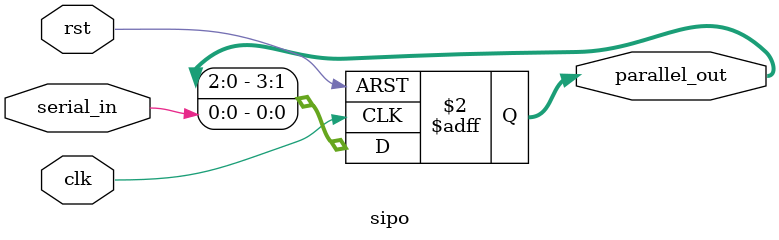
<source format=v>


`timescale 1ns / 1ps

module sipo #(parameter WIDTH = 4)(
    input clk,
    input rst,
    input serial_in,
    output reg [WIDTH-1 :0] parallel_out  
);
    always @(posedge clk or posedge rst) begin
        if(rst)
            parallel_out <= 4'b0000;
        else
            parallel_out <= {parallel_out[WIDTH-2:0],serial_in};
    end

endmodule

</source>
